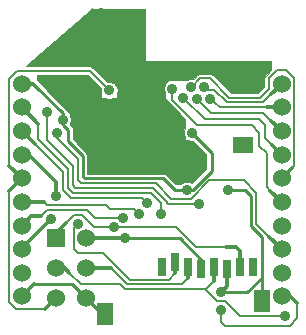
<source format=gbl>
G04 (created by PCBNEW (2013-mar-13)-testing) date Mon 16 Sep 2013 00:05:21 EST*
%MOIN*%
G04 Gerber Fmt 3.4, Leading zero omitted, Abs format*
%FSLAX34Y34*%
G01*
G70*
G90*
G04 APERTURE LIST*
%ADD10C,0.003937*%
%ADD11C,0.060000*%
%ADD12R,0.029500X0.059100*%
%ADD13R,0.055100X0.074800*%
%ADD14R,0.070900X0.055100*%
%ADD15R,0.060000X0.060000*%
%ADD16C,0.035000*%
%ADD17C,0.010000*%
%ADD18C,0.012000*%
%ADD19C,0.014000*%
%ADD20C,0.008000*%
G04 APERTURE END LIST*
G54D10*
G54D11*
X9441Y8314D03*
X9441Y5164D03*
X9441Y3590D03*
X9441Y4377D03*
X9441Y6739D03*
X9441Y5952D03*
X9441Y7527D03*
X9441Y2015D03*
X9441Y1227D03*
X9441Y2802D03*
X779Y2802D03*
X779Y1227D03*
X779Y2015D03*
X779Y7527D03*
X779Y5952D03*
X779Y6739D03*
X779Y4377D03*
X779Y3590D03*
X779Y5164D03*
X779Y8314D03*
G54D12*
X8066Y2208D03*
X8499Y2208D03*
X7633Y2129D03*
X7200Y2208D03*
X5468Y2208D03*
X5901Y2365D03*
X6334Y2208D03*
X6767Y2129D03*
G54D13*
X8775Y1086D03*
X3559Y653D03*
G54D14*
X8165Y6263D03*
X5881Y6263D03*
G54D15*
X4385Y6307D03*
X3785Y5707D03*
X4985Y5707D03*
X4985Y6907D03*
X3785Y6907D03*
X1929Y3169D03*
G54D11*
X2929Y3169D03*
X1929Y2169D03*
X2929Y2169D03*
X1929Y1169D03*
X2929Y1169D03*
G54D16*
X6287Y4775D03*
X4215Y3169D03*
X6448Y6688D03*
X2138Y7119D03*
X3594Y9645D03*
X7649Y4791D03*
X7437Y1373D03*
X5169Y8909D03*
X4795Y8425D03*
X5877Y8909D03*
X6586Y8909D03*
X7295Y8909D03*
X3594Y8944D03*
X8712Y8909D03*
X8003Y8909D03*
X3783Y10649D03*
X3594Y10346D03*
X3429Y10661D03*
X6543Y5716D03*
X3980Y8429D03*
X3846Y3531D03*
X6673Y4318D03*
X1612Y7378D03*
X2645Y3649D03*
X4157Y3830D03*
X4688Y3964D03*
X7429Y779D03*
X6862Y8204D03*
X7070Y7822D03*
X6625Y7811D03*
X6161Y7850D03*
X5803Y8153D03*
X6429Y8208D03*
X4944Y4346D03*
X1744Y3811D03*
X3696Y8099D03*
X9551Y578D03*
X1968Y6685D03*
X5409Y3984D03*
X1929Y4582D03*
G54D17*
X6287Y4775D02*
X6468Y4775D01*
X6468Y4775D02*
X6471Y4778D01*
X6287Y4775D02*
X5885Y4775D01*
X5885Y4775D02*
X5495Y5165D01*
X6287Y4775D02*
X6287Y4778D01*
X6287Y4778D02*
X6287Y4775D01*
X6287Y4775D02*
X6287Y4778D01*
G54D18*
X6767Y2129D02*
X6767Y2452D01*
X2929Y3169D02*
X4215Y3169D01*
G54D17*
X2138Y7119D02*
X2138Y6952D01*
X2138Y6952D02*
X2318Y6771D01*
X2318Y6771D02*
X2318Y6397D01*
X2318Y6397D02*
X2819Y5896D01*
X2819Y5896D02*
X2819Y5224D01*
X2819Y5224D02*
X2877Y5165D01*
X2877Y5165D02*
X5495Y5165D01*
X5495Y5165D02*
X5882Y4778D01*
X6448Y6688D02*
X6448Y6677D01*
X7110Y5417D02*
X6471Y4778D01*
X7110Y6015D02*
X7110Y5417D01*
X6448Y6677D02*
X7110Y6015D01*
X6471Y4778D02*
X6287Y4778D01*
X6287Y4778D02*
X5882Y4778D01*
G54D18*
X1269Y8198D02*
X1153Y8314D01*
X1153Y8314D02*
X779Y8314D01*
G54D17*
X6767Y2452D02*
X6051Y3169D01*
X6051Y3169D02*
X4215Y3169D01*
X2138Y7119D02*
X2138Y7330D01*
X2138Y7330D02*
X1269Y8198D01*
G54D18*
X7633Y2129D02*
X7633Y1569D01*
X7633Y1569D02*
X7437Y1373D01*
G54D17*
X5881Y6263D02*
X5996Y6263D01*
X5996Y6263D02*
X6543Y5716D01*
X3594Y9645D02*
X3610Y9645D01*
X8429Y4590D02*
X8429Y3940D01*
X8228Y4791D02*
X8429Y4590D01*
X7649Y4791D02*
X8228Y4791D01*
X8779Y2078D02*
X8779Y1850D01*
X8302Y1373D02*
X7437Y1373D01*
X8779Y1850D02*
X8302Y1373D01*
X8779Y1771D02*
X8779Y1090D01*
X8779Y1090D02*
X8775Y1086D01*
X7633Y1569D02*
X7437Y1373D01*
X5173Y8913D02*
X5169Y8909D01*
X5169Y8909D02*
X5169Y8909D01*
X3598Y8940D02*
X3602Y8940D01*
X3594Y8944D02*
X3598Y8940D01*
G54D19*
X8003Y8909D02*
X8007Y8909D01*
G54D17*
X3598Y10342D02*
X3614Y10342D01*
X3594Y10346D02*
X3598Y10342D01*
G54D18*
X779Y1227D02*
X1189Y1637D01*
X2929Y1169D02*
X3444Y653D01*
X3444Y653D02*
X3559Y653D01*
X2629Y1468D02*
X2929Y1169D01*
G54D17*
X2629Y1468D02*
X2460Y1637D01*
X2460Y1637D02*
X1189Y1637D01*
X6543Y5716D02*
X5996Y6263D01*
X8429Y3570D02*
X8429Y3940D01*
X8779Y3220D02*
X8429Y3570D01*
X8779Y3208D02*
X8779Y3220D01*
X8779Y2078D02*
X8779Y3208D01*
X8779Y1771D02*
X8779Y2078D01*
X8429Y3940D02*
X8429Y3956D01*
G54D18*
X8066Y2208D02*
X8066Y2756D01*
X7937Y2885D02*
X7578Y2885D01*
X8066Y2756D02*
X7937Y2885D01*
X1929Y3169D02*
X1929Y3350D01*
X1929Y3350D02*
X2255Y3677D01*
G54D20*
X3185Y3531D02*
X3846Y3531D01*
X2771Y3944D02*
X3185Y3531D01*
X2523Y3944D02*
X2771Y3944D01*
X2255Y3677D02*
X2523Y3944D01*
X6866Y2885D02*
X6582Y2885D01*
X5937Y3531D02*
X3846Y3531D01*
X6582Y2885D02*
X5937Y3531D01*
X6866Y2885D02*
X7578Y2885D01*
G54D18*
X6334Y2208D02*
X6334Y1830D01*
G54D20*
X3740Y2169D02*
X4283Y1625D01*
X6129Y1625D02*
X6334Y1830D01*
X4283Y1625D02*
X6129Y1625D01*
G54D18*
X2929Y2169D02*
X3740Y2169D01*
G54D20*
X5573Y4404D02*
X5657Y4320D01*
X6671Y4320D02*
X6673Y4318D01*
X5657Y4320D02*
X6671Y4320D01*
X1612Y7002D02*
X1612Y6435D01*
X1612Y6435D02*
X2476Y5570D01*
X5573Y4404D02*
X5142Y4835D01*
X2566Y4835D02*
X2476Y4925D01*
X2476Y4925D02*
X2476Y5570D01*
X5142Y4835D02*
X2566Y4835D01*
X1612Y7002D02*
X1612Y7378D01*
X2507Y3511D02*
X2507Y2811D01*
X2507Y2811D02*
X2649Y2669D01*
X2649Y2669D02*
X2507Y2811D01*
X2645Y3649D02*
X2507Y3511D01*
X3500Y2669D02*
X4381Y1787D01*
X2649Y2669D02*
X3500Y2669D01*
G54D18*
X5901Y2365D02*
X5901Y2003D01*
G54D20*
X4381Y1787D02*
X4381Y1787D01*
X4381Y1787D02*
X5685Y1787D01*
X5685Y1787D02*
X5901Y2003D01*
G54D18*
X779Y3590D02*
X1081Y3893D01*
X1081Y3893D02*
X1405Y3893D01*
G54D20*
X4153Y3826D02*
X4157Y3830D01*
X3224Y3826D02*
X4153Y3826D01*
X2944Y4106D02*
X3224Y3826D01*
X1618Y4106D02*
X2944Y4106D01*
X1405Y3893D02*
X1618Y4106D01*
G54D18*
X779Y4377D02*
X1514Y4377D01*
G54D20*
X4527Y4125D02*
X4688Y3964D01*
X3732Y4125D02*
X4527Y4125D01*
X3591Y4266D02*
X3732Y4125D01*
X1625Y4266D02*
X3591Y4266D01*
X1514Y4377D02*
X1625Y4266D01*
X9704Y248D02*
X9956Y500D01*
X9956Y500D02*
X9956Y996D01*
G54D18*
X9441Y1227D02*
X9724Y1227D01*
X9724Y1227D02*
X9956Y996D01*
G54D20*
X9181Y248D02*
X9704Y248D01*
X7429Y779D02*
X7429Y381D01*
X7562Y248D02*
X9181Y248D01*
X7429Y381D02*
X7562Y248D01*
X8751Y7692D02*
X8818Y7692D01*
X8929Y7803D02*
X8929Y7802D01*
X8818Y7692D02*
X8929Y7803D01*
G54D18*
X9098Y7972D02*
X9441Y8314D01*
G54D20*
X9098Y7972D02*
X8929Y7802D01*
X8929Y7802D02*
X8819Y7692D01*
X8819Y7692D02*
X8819Y7692D01*
X6862Y8204D02*
X6944Y8122D01*
X6944Y8122D02*
X7196Y8122D01*
X7196Y8122D02*
X7625Y7692D01*
X7625Y7692D02*
X8751Y7692D01*
X8751Y7692D02*
X8811Y7692D01*
X8811Y7692D02*
X8819Y7692D01*
G54D18*
X9441Y7527D02*
X8968Y7527D01*
G54D20*
X8968Y7527D02*
X7389Y7527D01*
X7389Y7527D02*
X7070Y7822D01*
X7086Y7350D02*
X8830Y7350D01*
X8830Y7350D02*
X9096Y7084D01*
X7086Y7350D02*
X6625Y7811D01*
G54D18*
X9096Y7084D02*
X9441Y6739D01*
X9134Y6260D02*
X9134Y6260D01*
X9134Y6260D02*
X9441Y5952D01*
G54D20*
X8880Y6513D02*
X8880Y6945D01*
X8688Y7137D02*
X6874Y7137D01*
X8880Y6945D02*
X8688Y7137D01*
X6874Y7137D02*
X6161Y7850D01*
X8880Y6513D02*
X9134Y6260D01*
X6625Y6940D02*
X5803Y7763D01*
G54D18*
X9067Y4752D02*
X9067Y4752D01*
X9067Y4752D02*
X9441Y4377D01*
G54D20*
X8701Y6245D02*
X8701Y6691D01*
X8452Y6940D02*
X6625Y6940D01*
X8701Y6691D02*
X8452Y6940D01*
X5803Y7763D02*
X5803Y8153D01*
X8939Y6007D02*
X8701Y6245D01*
X8939Y4879D02*
X8939Y6007D01*
X9067Y4752D02*
X8939Y4879D01*
X6429Y8208D02*
X6440Y8208D01*
X6440Y8208D02*
X6734Y8501D01*
X9295Y8763D02*
X9279Y8763D01*
X9279Y8763D02*
X9007Y8492D01*
X6734Y8501D02*
X7043Y8501D01*
X9007Y8145D02*
X9007Y8492D01*
X8715Y7852D02*
X9007Y8145D01*
X7692Y7852D02*
X8715Y7852D01*
X7043Y8501D02*
X7692Y7852D01*
X9862Y5585D02*
X9793Y5517D01*
X9295Y8763D02*
X9602Y8763D01*
X9602Y8763D02*
X9862Y8503D01*
X9862Y8503D02*
X9862Y5585D01*
G54D18*
X9793Y5517D02*
X9441Y5164D01*
X1204Y6314D02*
X779Y6739D01*
G54D20*
X2156Y4803D02*
X2156Y5362D01*
X2156Y5362D02*
X1204Y6314D01*
X2156Y4803D02*
X2156Y4788D01*
X4944Y4346D02*
X4779Y4511D01*
X4779Y4511D02*
X2433Y4511D01*
X2433Y4511D02*
X2156Y4788D01*
G54D18*
X779Y2802D02*
X779Y2846D01*
X779Y2846D02*
X1744Y3811D01*
G54D20*
X1736Y3811D02*
X1744Y3811D01*
G54D17*
X1736Y3811D02*
X1744Y3811D01*
G54D18*
X359Y5585D02*
X779Y5164D01*
X779Y5164D02*
X779Y5164D01*
X1568Y809D02*
X1929Y1169D01*
X357Y4743D02*
X779Y5164D01*
X779Y5164D02*
X779Y5164D01*
X779Y5164D02*
X779Y5164D01*
G54D20*
X3041Y8754D02*
X3696Y8099D01*
X624Y8754D02*
X3041Y8754D01*
X359Y8489D02*
X624Y8754D01*
X359Y5585D02*
X359Y8489D01*
X1563Y804D02*
X1568Y809D01*
X602Y804D02*
X1563Y804D01*
X357Y1049D02*
X602Y804D01*
X357Y4743D02*
X357Y1049D01*
X7559Y1074D02*
X8055Y578D01*
X8055Y578D02*
X9551Y578D01*
X6930Y1465D02*
X6930Y1443D01*
X7299Y1074D02*
X7559Y1074D01*
X6930Y1443D02*
X7299Y1074D01*
G54D18*
X7200Y2208D02*
X7200Y1735D01*
G54D20*
X3377Y1633D02*
X4043Y1633D01*
X3374Y1637D02*
X2751Y1637D01*
X2751Y1637D02*
X2366Y2023D01*
X3377Y1633D02*
X3374Y1637D01*
G54D18*
X2220Y2169D02*
X1929Y2169D01*
X2366Y2023D02*
X2220Y2169D01*
G54D20*
X4043Y1633D02*
X4211Y1465D01*
X4211Y1465D02*
X6196Y1465D01*
X6196Y1465D02*
X6930Y1465D01*
X6930Y1465D02*
X7200Y1735D01*
X8763Y3476D02*
X8602Y3638D01*
X8173Y5094D02*
X7027Y5094D01*
X8602Y4665D02*
X8173Y5094D01*
X8602Y3638D02*
X8602Y4665D01*
X9019Y3220D02*
X8763Y3476D01*
X5763Y4480D02*
X6413Y4480D01*
X6413Y4480D02*
X7027Y5094D01*
X5247Y4995D02*
X5763Y4480D01*
X1968Y6503D02*
X1968Y6685D01*
X5247Y4995D02*
X2763Y4995D01*
X2649Y5110D02*
X2649Y5822D01*
X2763Y4995D02*
X2649Y5110D01*
X2649Y5822D02*
X1968Y6503D01*
X9023Y3220D02*
X9019Y3220D01*
G54D18*
X9023Y3220D02*
X9023Y3220D01*
X9023Y3220D02*
X9441Y2802D01*
X1322Y6984D02*
X779Y7527D01*
X1322Y6984D02*
X779Y7527D01*
G54D20*
X1449Y6355D02*
X1322Y6481D01*
X5409Y3984D02*
X5409Y4341D01*
X5409Y4341D02*
X5076Y4675D01*
X5076Y4675D02*
X2497Y4675D01*
X2497Y4675D02*
X2316Y4856D01*
X2316Y4856D02*
X2316Y5488D01*
X2316Y5488D02*
X1449Y6355D01*
X1322Y6481D02*
X1322Y6978D01*
G54D18*
X779Y5952D02*
X1027Y5952D01*
X1929Y5051D02*
X1929Y4582D01*
X1027Y5952D02*
X1929Y5051D01*
G54D10*
G36*
X9098Y8780D02*
X8909Y8590D01*
X8878Y8545D01*
X8868Y8492D01*
X8868Y8203D01*
X8657Y7992D01*
X7750Y7992D01*
X7141Y8600D01*
X7096Y8631D01*
X7043Y8641D01*
X6734Y8641D01*
X6680Y8631D01*
X6635Y8600D01*
X6508Y8473D01*
X6484Y8483D01*
X6374Y8483D01*
X6273Y8441D01*
X6269Y8437D01*
X5680Y8437D01*
X5543Y8299D01*
X5543Y8244D01*
X5528Y8208D01*
X5528Y8099D01*
X5543Y8063D01*
X5543Y7842D01*
X5673Y7711D01*
X5674Y7709D01*
X5704Y7664D01*
X6232Y7136D01*
X6232Y6860D01*
X6216Y6844D01*
X6174Y6743D01*
X6174Y6634D01*
X6215Y6533D01*
X6232Y6517D01*
X6232Y6440D01*
X6329Y6440D01*
X6393Y6414D01*
X6500Y6414D01*
X6933Y5981D01*
X6933Y5480D01*
X6451Y4999D01*
X6443Y5008D01*
X6342Y5050D01*
X6233Y5050D01*
X6132Y5008D01*
X6103Y4980D01*
X5892Y4980D01*
X5601Y5271D01*
X5552Y5304D01*
X5495Y5315D01*
X2969Y5315D01*
X2969Y5896D01*
X2957Y5954D01*
X2937Y5985D01*
X2937Y6012D01*
X2488Y6460D01*
X2488Y6842D01*
X2385Y6945D01*
X2385Y6998D01*
X2412Y7064D01*
X2413Y7173D01*
X2385Y7239D01*
X2385Y7323D01*
X1271Y8437D01*
X1271Y8615D01*
X2971Y8615D01*
X3425Y8161D01*
X3422Y8154D01*
X3422Y8045D01*
X3437Y8008D01*
X3437Y7858D01*
X3561Y7858D01*
X3641Y7824D01*
X3751Y7824D01*
X3832Y7858D01*
X3964Y7858D01*
X3964Y8027D01*
X3971Y8044D01*
X3971Y8153D01*
X3964Y8170D01*
X3964Y8224D01*
X3838Y8350D01*
X3808Y8350D01*
X3751Y8374D01*
X3642Y8374D01*
X3626Y8367D01*
X3140Y8853D01*
X3094Y8883D01*
X3041Y8894D01*
X912Y8894D01*
X3125Y10800D01*
X3125Y10842D01*
X3149Y10818D01*
X4885Y10818D01*
X4885Y9066D01*
X9098Y9066D01*
X9098Y8780D01*
X9098Y8780D01*
G37*
X9098Y8780D02*
X8909Y8590D01*
X8878Y8545D01*
X8868Y8492D01*
X8868Y8203D01*
X8657Y7992D01*
X7750Y7992D01*
X7141Y8600D01*
X7096Y8631D01*
X7043Y8641D01*
X6734Y8641D01*
X6680Y8631D01*
X6635Y8600D01*
X6508Y8473D01*
X6484Y8483D01*
X6374Y8483D01*
X6273Y8441D01*
X6269Y8437D01*
X5680Y8437D01*
X5543Y8299D01*
X5543Y8244D01*
X5528Y8208D01*
X5528Y8099D01*
X5543Y8063D01*
X5543Y7842D01*
X5673Y7711D01*
X5674Y7709D01*
X5704Y7664D01*
X6232Y7136D01*
X6232Y6860D01*
X6216Y6844D01*
X6174Y6743D01*
X6174Y6634D01*
X6215Y6533D01*
X6232Y6517D01*
X6232Y6440D01*
X6329Y6440D01*
X6393Y6414D01*
X6500Y6414D01*
X6933Y5981D01*
X6933Y5480D01*
X6451Y4999D01*
X6443Y5008D01*
X6342Y5050D01*
X6233Y5050D01*
X6132Y5008D01*
X6103Y4980D01*
X5892Y4980D01*
X5601Y5271D01*
X5552Y5304D01*
X5495Y5315D01*
X2969Y5315D01*
X2969Y5896D01*
X2957Y5954D01*
X2937Y5985D01*
X2937Y6012D01*
X2488Y6460D01*
X2488Y6842D01*
X2385Y6945D01*
X2385Y6998D01*
X2412Y7064D01*
X2413Y7173D01*
X2385Y7239D01*
X2385Y7323D01*
X1271Y8437D01*
X1271Y8615D01*
X2971Y8615D01*
X3425Y8161D01*
X3422Y8154D01*
X3422Y8045D01*
X3437Y8008D01*
X3437Y7858D01*
X3561Y7858D01*
X3641Y7824D01*
X3751Y7824D01*
X3832Y7858D01*
X3964Y7858D01*
X3964Y8027D01*
X3971Y8044D01*
X3971Y8153D01*
X3964Y8170D01*
X3964Y8224D01*
X3838Y8350D01*
X3808Y8350D01*
X3751Y8374D01*
X3642Y8374D01*
X3626Y8367D01*
X3140Y8853D01*
X3094Y8883D01*
X3041Y8894D01*
X912Y8894D01*
X3125Y10800D01*
X3125Y10842D01*
X3149Y10818D01*
X4885Y10818D01*
X4885Y9066D01*
X9098Y9066D01*
X9098Y8780D01*
M02*

</source>
